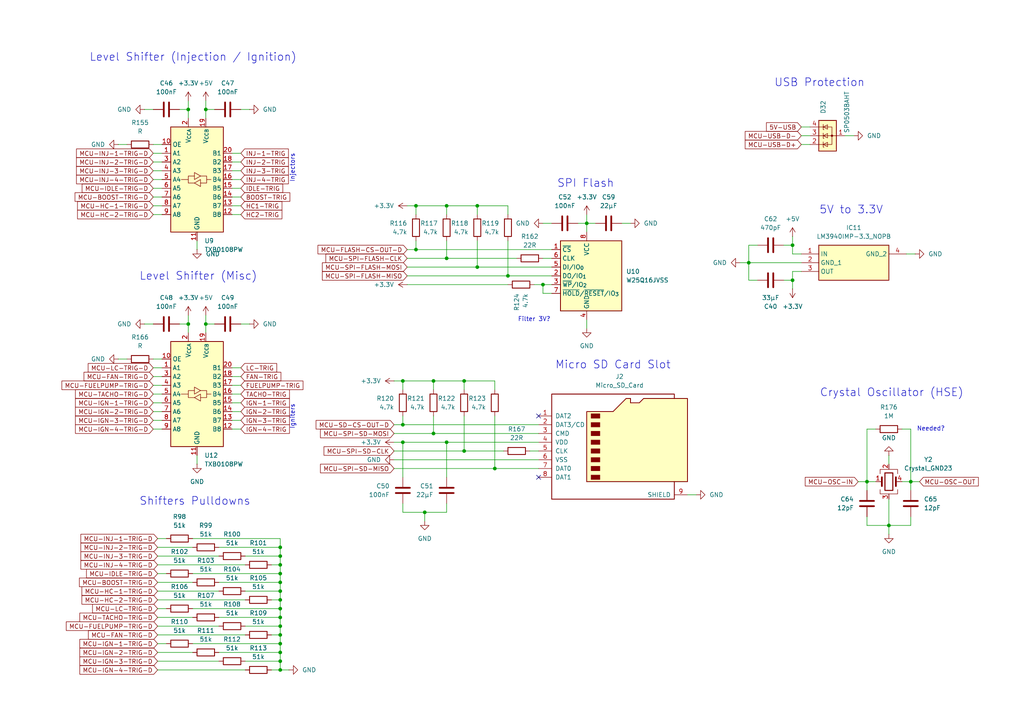
<source format=kicad_sch>
(kicad_sch (version 20250114) (generator "eeschema") (generator_version "9.0")
  (paper "A4")
  (lib_symbols
    (symbol "Connector:Micro_SD_Card" (pin_names (offset 1.016))
      (property "Reference" "J" (at -16.51 15.24 0))
      (property "Value" "Micro_SD_Card" (at 16.51 15.24 0))
      (symbol "Micro_SD_Card_1_1"
        (pin bidirectional line (at -22.86 7.62 0) (length 3.81) (name "DAT2") (number "1"))
        (pin bidirectional line (at -22.86 5.08 0) (length 3.81) (name "DAT3/CD") (number "2"))
        (pin input line (at -22.86 2.54 0) (length 3.81) (name "CMD") (number "3"))
        (pin power_in line (at -22.86 0 0) (length 3.81) (name "VDD") (number "4"))
        (pin input line (at -22.86 -2.54 0) (length 3.81) (name "CLK") (number "5"))
        (pin power_in line (at -22.86 -5.08 0) (length 3.81) (name "VSS") (number "6"))
        (pin bidirectional line (at -22.86 -7.62 0) (length 3.81) (name "DAT0") (number "7"))
        (pin bidirectional line (at -22.86 -10.16 0) (length 3.81) (name "DAT1") (number "8"))
        (pin passive line (at 20.32 -15.24 180) (length 3.81) (name "SHIELD") (number "9"))
      )
    )
    (symbol "Device:C" (pin_numbers (hide yes)) (pin_names (offset 0.254))
      (property "Reference" "C" (at 0.635 2.54 0))
      (property "Value" "C" (at 0.635 -2.54 0))
      (symbol "C_1_1"
        (pin passive line (at 0 3.81 270) (length 2.794) (name "~") (number "1"))
        (pin passive line (at 0 -3.81 90) (length 2.794) (name "~") (number "2"))
      )
    )
    (symbol "Device:Crystal_GND23" (pin_names (offset 1.016) (hide yes))
      (property "Reference" "Y" (at 3.175 5.08 0))
      (property "Value" "Crystal_GND23" (at 3.175 3.175 0))
      (symbol "Crystal_GND23_1_1"
        (pin passive line (at -3.81 0 0) (length 1.27) (name "1") (number "1"))
        (pin passive line (at 0 5.08 270) (length 1.27) (name "2") (number "2"))
        (pin passive line (at 0 -5.08 90) (length 1.27) (name "3") (number "3"))
        (pin passive line (at 3.81 0 180) (length 1.27) (name "4") (number "4"))
      )
    )
    (symbol "Device:R" (pin_numbers (hide yes)) (pin_names (offset 0))
      (property "Reference" "R" (at 2.032 0 90))
      (property "Value" "R" (at 0 0 90))
      (symbol "R_1_1"
        (pin passive line (at 0 3.81 270) (length 1.27) (name "~") (number "1"))
        (pin passive line (at 0 -3.81 90) (length 1.27) (name "~") (number "2"))
      )
    )
    (symbol "Logic_LevelTranslator:TXB0108PW"
      (property "Reference" "U" (at -6.35 16.51 0))
      (property "Value" "TXB0108PW" (at 3.81 16.51 0))
      (symbol "TXB0108PW_1_1"
        (pin input line (at -10.16 10.16 0) (length 2.54) (name "OE") (number "10"))
        (pin bidirectional line (at -10.16 7.62 0) (length 2.54) (name "A1") (number "1"))
        (pin bidirectional line (at -10.16 5.08 0) (length 2.54) (name "A2") (number "3"))
        (pin bidirectional line (at -10.16 2.54 0) (length 2.54) (name "A3") (number "4"))
        (pin bidirectional line (at -10.16 0 0) (length 2.54) (name "A4") (number "5"))
        (pin bidirectional line (at -10.16 -2.54 0) (length 2.54) (name "A5") (number "6"))
        (pin bidirectional line (at -10.16 -5.08 0) (length 2.54) (name "A6") (number "7"))
        (pin bidirectional line (at -10.16 -7.62 0) (length 2.54) (name "A7") (number "8"))
        (pin bidirectional line (at -10.16 -10.16 0) (length 2.54) (name "A8") (number "9"))
        (pin power_in line (at -2.54 17.78 270) (length 2.54) (name "V_{CCA}") (number "2"))
        (pin power_in line (at 0 -17.78 90) (length 2.54) (name "GND") (number "11"))
        (pin power_in line (at 2.54 17.78 270) (length 2.54) (name "V_{CCB}") (number "19"))
        (pin bidirectional line (at 10.16 7.62 180) (length 2.54) (name "B1") (number "20"))
        (pin bidirectional line (at 10.16 5.08 180) (length 2.54) (name "B2") (number "18"))
        (pin bidirectional line (at 10.16 2.54 180) (length 2.54) (name "B3") (number "17"))
        (pin bidirectional line (at 10.16 0 180) (length 2.54) (name "B4") (number "16"))
        (pin bidirectional line (at 10.16 -2.54 180) (length 2.54) (name "B5") (number "15"))
        (pin bidirectional line (at 10.16 -5.08 180) (length 2.54) (name "B6") (number "14"))
        (pin bidirectional line (at 10.16 -7.62 180) (length 2.54) (name "B7") (number "13"))
        (pin bidirectional line (at 10.16 -10.16 180) (length 2.54) (name "B8") (number "12"))
      )
    )
    (symbol "Memory_Flash:W25Q16JVSS"
      (property "Reference" "U" (at -6.35 11.43 0))
      (property "Value" "W25Q16JVSS" (at 7.62 11.43 0))
      (symbol "W25Q16JVSS_1_1"
        (pin input line (at -10.16 7.62 0) (length 2.54) (name "~{CS}") (number "1"))
        (pin input line (at -10.16 5.08 0) (length 2.54) (name "CLK") (number "6"))
        (pin bidirectional line (at -10.16 2.54 0) (length 2.54) (name "DI/IO_{0}") (number "5"))
        (pin bidirectional line (at -10.16 0 0) (length 2.54) (name "DO/IO_{1}") (number "2"))
        (pin bidirectional line (at -10.16 -2.54 0) (length 2.54) (name "~{WP}/IO_{2}") (number "3"))
        (pin bidirectional line (at -10.16 -5.08 0) (length 2.54) (name "~{HOLD}/~{RESET}/IO_{3}") (number "7"))
        (pin power_in line (at 0 12.7 270) (length 2.54) (name "VCC") (number "8"))
        (pin power_in line (at 0 -12.7 90) (length 2.54) (name "GND") (number "4"))
      )
    )
    (symbol "Misc:LM3940IMP-3.3_NOPB"
      (property "Reference" "IC" (at 26.67 7.62 0))
      (property "Value" "LM3940IMP-3.3_NOPB" (at 26.67 5.08 0))
      (symbol "LM3940IMP-3.3_NOPB_1_1"
        (pin passive line (at 0 0 0) (length 5.08) (name "IN") (number "1"))
        (pin passive line (at 0 -2.54 0) (length 5.08) (name "GND_1") (number "2"))
        (pin passive line (at 0 -5.08 0) (length 5.08) (name "OUT") (number "3"))
        (pin passive line (at 30.48 0 180) (length 5.08) (name "GND_2") (number "4"))
      )
    )
    (symbol "Power_Protection:SP0503BAHT" (pin_names (hide yes))
      (property "Reference" "D" (at 5.715 2.54 0))
      (property "Value" "SP0503BAHT" (at 5.715 0.635 0))
      (symbol "SP0503BAHT_0_0"
        (pin passive line (at 0 -5.08 90) (length 2.54) (name "A") (number "1"))
      )
      (symbol "SP0503BAHT_1_1"
        (pin passive line (at -2.54 5.08 270) (length 2.54) (name "K") (number "2"))
        (pin passive line (at 0 5.08 270) (length 2.54) (name "K") (number "3"))
        (pin passive line (at 2.54 5.08 270) (length 2.54) (name "K") (number "4"))
      )
    )
    (symbol "power:+3.3V" (power) (pin_numbers (hide yes)) (pin_names (offset 0) (hide yes))
      (property "Value" "+3.3V" (at 0 3.556 0))
      (symbol "+3.3V_1_1"
        (pin power_in line (at 0 0 90) (length 0) (name "~") (number "1"))
      )
    )
    (symbol "power:+5V" (power) (pin_numbers (hide yes)) (pin_names (offset 0) (hide yes))
      (property "Value" "+5V" (at 0 3.556 0))
      (symbol "+5V_1_1"
        (pin power_in line (at 0 0 90) (length 0) (name "~") (number "1"))
      )
    )
    (symbol "power:GND" (power) (pin_numbers (hide yes)) (pin_names (offset 0) (hide yes))
      (property "Value" "GND" (at 0 -3.81 0))
      (symbol "GND_1_1"
        (pin power_in line (at 0 0 270) (length 0) (name "~") (number "1"))
      )
    )
  )
  (text "5V to 3.3V" (at 246.888 60.96 0) (effects (font (size 2.286 2.286))))
  (text "Filter 3V?" (at 154.94 92.71 0) (effects (font (size 1.27 1.27))))
  (text "Needed?" (at 270.002 124.46 0) (effects (font (size 1.27 1.27))))
  (text "USB Protection" (at 224.536 25.4 0) (effects (font (size 2.286 2.286)) (justify left bottom)))
  (text "Shifters Pulldowns" (at 40.386 146.812 0) (effects (font (size 2.286 2.286)) (justify left bottom)))
  (text "Injectors" (at 84.836 48.768 90) (effects (font (size 1.27 1.27))))
  (text "Crystal Oscillator (HSE)" (at 237.744 115.316 0) (effects (font (size 2.286 2.286)) (justify left bottom)))
  (text "Level Shifter (Injection / Ignition)" (at 25.908 18.034 0) (effects (font (size 2.286 2.286)) (justify left bottom)))
  (text "SPI Flash" (at 161.544 54.61 0) (effects (font (size 2.286 2.286)) (justify left bottom)))
  (text "Level Shifter (Misc)" (at 40.386 81.534 0) (effects (font (size 2.286 2.286)) (justify left bottom)))
  (text "Igniters" (at 84.836 120.904 90) (effects (font (size 1.27 1.27))))
  (text "Micro SD Card Slot" (at 177.8 105.918 0) (effects (font (size 2.286 2.286))))
  (junction (at 229.87 71.12))
  (junction (at 120.65 72.39))
  (junction (at 125.73 125.73))
  (junction (at 264.16 139.7))
  (junction (at 129.54 128.27))
  (junction (at 170.18 64.77))
  (junction (at 81.28 181.61))
  (junction (at 59.69 93.98))
  (junction (at 81.28 161.29))
  (junction (at 257.81 152.4))
  (junction (at 81.28 179.07))
  (junction (at 147.32 80.01))
  (junction (at 54.61 31.75))
  (junction (at 54.61 93.98))
  (junction (at 217.17 76.2))
  (junction (at 134.62 110.49))
  (junction (at 81.28 168.91))
  (junction (at 116.84 123.19))
  (junction (at 138.43 77.47))
  (junction (at 59.69 31.75))
  (junction (at 81.28 186.69))
  (junction (at 116.84 110.49))
  (junction (at 129.54 59.69))
  (junction (at 143.51 135.89))
  (junction (at 81.28 191.77))
  (junction (at 138.43 59.69))
  (junction (at 81.28 189.23))
  (junction (at 81.28 184.15))
  (junction (at 157.48 82.55))
  (junction (at 134.62 130.81))
  (junction (at 251.46 139.7))
  (junction (at 123.19 148.59))
  (junction (at 81.28 194.31))
  (junction (at 229.87 81.28))
  (junction (at 81.28 173.99))
  (junction (at 81.28 158.75))
  (junction (at 125.73 110.49))
  (junction (at 81.28 171.45))
  (junction (at 116.84 128.27))
  (junction (at 120.65 59.69))
  (junction (at 81.28 166.37))
  (junction (at 81.28 163.83))
  (junction (at 81.28 176.53))
  (junction (at 129.54 74.93))
  (no_connect (at 156.21 120.65))
  (no_connect (at 156.21 138.43))
  (wire (pts (xy 45.72 161.29) (xy 63.5 161.29)))
  (wire (pts (xy 44.45 49.53) (xy 46.99 49.53)))
  (wire (pts (xy 67.31 114.3) (xy 69.85 114.3)))
  (wire (pts (xy 55.88 166.37) (xy 81.28 166.37)))
  (wire (pts (xy 67.31 109.22) (xy 69.85 109.22)))
  (wire (pts (xy 153.67 130.81) (xy 156.21 130.81)))
  (wire (pts (xy 261.62 139.7) (xy 264.16 139.7)))
  (wire (pts (xy 44.45 116.84) (xy 46.99 116.84)))
  (wire (pts (xy 59.69 93.98) (xy 59.69 96.52)))
  (wire (pts (xy 45.72 179.07) (xy 55.88 179.07)))
  (wire (pts (xy 44.45 52.07) (xy 46.99 52.07)))
  (wire (pts (xy 81.28 171.45) (xy 81.28 173.99)))
  (wire (pts (xy 45.72 176.53) (xy 48.26 176.53)))
  (wire (pts (xy 129.54 62.23) (xy 129.54 59.69)))
  (wire (pts (xy 257.81 152.4) (xy 257.81 154.94)))
  (wire (pts (xy 67.31 57.15) (xy 69.85 57.15)))
  (wire (pts (xy 114.3 133.35) (xy 156.21 133.35)))
  (wire (pts (xy 81.28 168.91) (xy 81.28 171.45)))
  (wire (pts (xy 229.87 73.66) (xy 229.87 71.12)))
  (wire (pts (xy 116.84 128.27) (xy 116.84 138.43)))
  (wire (pts (xy 44.45 59.69) (xy 46.99 59.69)))
  (wire (pts (xy 59.69 91.44) (xy 59.69 93.98)))
  (wire (pts (xy 67.31 52.07) (xy 69.85 52.07)))
  (wire (pts (xy 251.46 139.7) (xy 251.46 124.46)))
  (wire (pts (xy 67.31 111.76) (xy 69.85 111.76)))
  (wire (pts (xy 81.28 161.29) (xy 81.28 163.83)))
  (wire (pts (xy 71.12 171.45) (xy 81.28 171.45)))
  (wire (pts (xy 116.84 148.59) (xy 123.19 148.59)))
  (wire (pts (xy 45.72 163.83) (xy 71.12 163.83)))
  (wire (pts (xy 129.54 128.27) (xy 156.21 128.27)))
  (wire (pts (xy 219.71 71.12) (xy 217.17 71.12)))
  (wire (pts (xy 59.69 31.75) (xy 62.23 31.75)))
  (wire (pts (xy 227.33 71.12) (xy 229.87 71.12)))
  (wire (pts (xy 44.45 106.68) (xy 46.99 106.68)))
  (wire (pts (xy 118.11 59.69) (xy 120.65 59.69)))
  (wire (pts (xy 45.72 184.15) (xy 71.12 184.15)))
  (wire (pts (xy 57.15 72.39) (xy 57.15 69.85)))
  (wire (pts (xy 67.31 54.61) (xy 69.85 54.61)))
  (wire (pts (xy 81.28 158.75) (xy 81.28 161.29)))
  (wire (pts (xy 143.51 120.65) (xy 143.51 135.89)))
  (wire (pts (xy 245.11 39.37) (xy 247.65 39.37)))
  (wire (pts (xy 78.74 163.83) (xy 81.28 163.83)))
  (wire (pts (xy 118.11 74.93) (xy 129.54 74.93)))
  (wire (pts (xy 67.31 49.53) (xy 69.85 49.53)))
  (wire (pts (xy 44.45 111.76) (xy 46.99 111.76)))
  (wire (pts (xy 44.45 41.91) (xy 46.99 41.91)))
  (wire (pts (xy 116.84 120.65) (xy 116.84 123.19)))
  (wire (pts (xy 67.31 62.23) (xy 69.85 62.23)))
  (wire (pts (xy 44.45 57.15) (xy 46.99 57.15)))
  (wire (pts (xy 147.32 62.23) (xy 147.32 59.69)))
  (wire (pts (xy 81.28 181.61) (xy 81.28 184.15)))
  (wire (pts (xy 118.11 77.47) (xy 138.43 77.47)))
  (wire (pts (xy 44.45 62.23) (xy 46.99 62.23)))
  (wire (pts (xy 160.02 85.09) (xy 157.48 85.09)))
  (wire (pts (xy 257.81 132.08) (xy 257.81 134.62)))
  (wire (pts (xy 251.46 149.86) (xy 251.46 152.4)))
  (wire (pts (xy 138.43 69.85) (xy 138.43 77.47)))
  (wire (pts (xy 134.62 113.03) (xy 134.62 110.49)))
  (wire (pts (xy 118.11 80.01) (xy 147.32 80.01)))
  (wire (pts (xy 63.5 158.75) (xy 81.28 158.75)))
  (wire (pts (xy 54.61 29.21) (xy 54.61 31.75)))
  (wire (pts (xy 134.62 120.65) (xy 134.62 130.81)))
  (wire (pts (xy 41.91 93.98) (xy 44.45 93.98)))
  (wire (pts (xy 138.43 62.23) (xy 138.43 59.69)))
  (wire (pts (xy 34.29 41.91) (xy 36.83 41.91)))
  (wire (pts (xy 63.5 179.07) (xy 81.28 179.07)))
  (wire (pts (xy 45.72 168.91) (xy 55.88 168.91)))
  (wire (pts (xy 45.72 173.99) (xy 71.12 173.99)))
  (wire (pts (xy 57.15 132.08) (xy 57.15 134.62)))
  (wire (pts (xy 129.54 148.59) (xy 129.54 146.05)))
  (wire (pts (xy 59.69 93.98) (xy 62.23 93.98)))
  (wire (pts (xy 45.72 189.23) (xy 55.88 189.23)))
  (wire (pts (xy 217.17 76.2) (xy 217.17 81.28)))
  (wire (pts (xy 45.72 194.31) (xy 71.12 194.31)))
  (wire (pts (xy 232.41 39.37) (xy 234.95 39.37)))
  (wire (pts (xy 217.17 76.2) (xy 232.41 76.2)))
  (wire (pts (xy 44.45 54.61) (xy 46.99 54.61)))
  (wire (pts (xy 114.3 128.27) (xy 116.84 128.27)))
  (wire (pts (xy 81.28 191.77) (xy 81.28 194.31)))
  (wire (pts (xy 217.17 71.12) (xy 217.17 76.2)))
  (wire (pts (xy 125.73 113.03) (xy 125.73 110.49)))
  (wire (pts (xy 81.28 179.07) (xy 81.28 181.61)))
  (wire (pts (xy 229.87 81.28) (xy 229.87 78.74)))
  (wire (pts (xy 59.69 29.21) (xy 59.69 31.75)))
  (wire (pts (xy 34.29 104.14) (xy 36.83 104.14)))
  (wire (pts (xy 81.28 184.15) (xy 81.28 186.69)))
  (wire (pts (xy 129.54 74.93) (xy 149.86 74.93)))
  (wire (pts (xy 116.84 128.27) (xy 129.54 128.27)))
  (wire (pts (xy 63.5 189.23) (xy 81.28 189.23)))
  (wire (pts (xy 264.16 139.7) (xy 264.16 142.24)))
  (wire (pts (xy 45.72 191.77) (xy 63.5 191.77)))
  (wire (pts (xy 264.16 152.4) (xy 257.81 152.4)))
  (wire (pts (xy 264.16 149.86) (xy 264.16 152.4)))
  (wire (pts (xy 147.32 69.85) (xy 147.32 80.01)))
  (wire (pts (xy 251.46 139.7) (xy 251.46 142.24)))
  (wire (pts (xy 147.32 80.01) (xy 160.02 80.01)))
  (wire (pts (xy 229.87 81.28) (xy 229.87 83.82)))
  (wire (pts (xy 81.28 163.83) (xy 81.28 166.37)))
  (wire (pts (xy 143.51 135.89) (xy 156.21 135.89)))
  (wire (pts (xy 45.72 181.61) (xy 63.5 181.61)))
  (wire (pts (xy 157.48 85.09) (xy 157.48 82.55)))
  (wire (pts (xy 45.72 166.37) (xy 48.26 166.37)))
  (wire (pts (xy 44.45 109.22) (xy 46.99 109.22)))
  (wire (pts (xy 143.51 113.03) (xy 143.51 110.49)))
  (wire (pts (xy 170.18 92.71) (xy 170.18 95.25)))
  (wire (pts (xy 248.92 139.7) (xy 251.46 139.7)))
  (wire (pts (xy 120.65 72.39) (xy 160.02 72.39)))
  (wire (pts (xy 67.31 124.46) (xy 69.85 124.46)))
  (wire (pts (xy 78.74 194.31) (xy 81.28 194.31)))
  (wire (pts (xy 219.71 81.28) (xy 217.17 81.28)))
  (wire (pts (xy 134.62 130.81) (xy 146.05 130.81)))
  (wire (pts (xy 71.12 181.61) (xy 81.28 181.61)))
  (wire (pts (xy 251.46 152.4) (xy 257.81 152.4)))
  (wire (pts (xy 120.65 59.69) (xy 129.54 59.69)))
  (wire (pts (xy 180.34 64.77) (xy 182.88 64.77)))
  (wire (pts (xy 261.62 124.46) (xy 264.16 124.46)))
  (wire (pts (xy 125.73 110.49) (xy 116.84 110.49)))
  (wire (pts (xy 78.74 173.99) (xy 81.28 173.99)))
  (wire (pts (xy 229.87 78.74) (xy 232.41 78.74)))
  (wire (pts (xy 227.33 81.28) (xy 229.87 81.28)))
  (wire (pts (xy 134.62 110.49) (xy 125.73 110.49)))
  (wire (pts (xy 123.19 148.59) (xy 123.19 151.13)))
  (wire (pts (xy 67.31 121.92) (xy 69.85 121.92)))
  (wire (pts (xy 54.61 93.98) (xy 54.61 96.52)))
  (wire (pts (xy 45.72 158.75) (xy 55.88 158.75)))
  (wire (pts (xy 170.18 62.23) (xy 170.18 64.77)))
  (wire (pts (xy 55.88 186.69) (xy 81.28 186.69)))
  (wire (pts (xy 118.11 82.55) (xy 147.32 82.55)))
  (wire (pts (xy 170.18 64.77) (xy 172.72 64.77)))
  (wire (pts (xy 45.72 156.21) (xy 48.26 156.21)))
  (wire (pts (xy 55.88 176.53) (xy 81.28 176.53)))
  (wire (pts (xy 69.85 31.75) (xy 72.39 31.75)))
  (wire (pts (xy 129.54 69.85) (xy 129.54 74.93)))
  (wire (pts (xy 114.3 125.73) (xy 125.73 125.73)))
  (wire (pts (xy 44.45 44.45) (xy 46.99 44.45)))
  (wire (pts (xy 199.39 143.51) (xy 201.93 143.51)))
  (wire (pts (xy 114.3 135.89) (xy 143.51 135.89)))
  (wire (pts (xy 157.48 64.77) (xy 160.02 64.77)))
  (wire (pts (xy 67.31 119.38) (xy 69.85 119.38)))
  (wire (pts (xy 123.19 148.59) (xy 129.54 148.59)))
  (wire (pts (xy 81.28 189.23) (xy 81.28 191.77)))
  (wire (pts (xy 251.46 124.46) (xy 254 124.46)))
  (wire (pts (xy 41.91 31.75) (xy 44.45 31.75)))
  (wire (pts (xy 45.72 186.69) (xy 48.26 186.69)))
  (wire (pts (xy 138.43 59.69) (xy 147.32 59.69)))
  (wire (pts (xy 67.31 44.45) (xy 69.85 44.45)))
  (wire (pts (xy 229.87 73.66) (xy 232.41 73.66)))
  (wire (pts (xy 44.45 114.3) (xy 46.99 114.3)))
  (wire (pts (xy 114.3 130.81) (xy 134.62 130.81)))
  (wire (pts (xy 69.85 93.98) (xy 72.39 93.98)))
  (wire (pts (xy 44.45 46.99) (xy 46.99 46.99)))
  (wire (pts (xy 125.73 120.65) (xy 125.73 125.73)))
  (wire (pts (xy 217.17 76.2) (xy 214.63 76.2)))
  (wire (pts (xy 120.65 62.23) (xy 120.65 59.69)))
  (wire (pts (xy 118.11 72.39) (xy 120.65 72.39)))
  (wire (pts (xy 71.12 161.29) (xy 81.28 161.29)))
  (wire (pts (xy 52.07 93.98) (xy 54.61 93.98)))
  (wire (pts (xy 67.31 59.69) (xy 69.85 59.69)))
  (wire (pts (xy 54.61 31.75) (xy 54.61 34.29)))
  (wire (pts (xy 67.31 106.68) (xy 69.85 106.68)))
  (wire (pts (xy 81.28 166.37) (xy 81.28 168.91)))
  (wire (pts (xy 154.94 82.55) (xy 157.48 82.55)))
  (wire (pts (xy 55.88 156.21) (xy 81.28 156.21)))
  (wire (pts (xy 116.84 146.05) (xy 116.84 148.59)))
  (wire (pts (xy 81.28 173.99) (xy 81.28 176.53)))
  (wire (pts (xy 157.48 82.55) (xy 160.02 82.55)))
  (wire (pts (xy 129.54 128.27) (xy 129.54 138.43)))
  (wire (pts (xy 254 139.7) (xy 251.46 139.7)))
  (wire (pts (xy 114.3 110.49) (xy 116.84 110.49)))
  (wire (pts (xy 264.16 124.46) (xy 264.16 139.7)))
  (wire (pts (xy 167.64 64.77) (xy 170.18 64.77)))
  (wire (pts (xy 116.84 123.19) (xy 156.21 123.19)))
  (wire (pts (xy 157.48 74.93) (xy 160.02 74.93)))
  (wire (pts (xy 114.3 123.19) (xy 116.84 123.19)))
  (wire (pts (xy 67.31 116.84) (xy 69.85 116.84)))
  (wire (pts (xy 81.28 194.31) (xy 83.82 194.31)))
  (wire (pts (xy 138.43 77.47) (xy 160.02 77.47)))
  (wire (pts (xy 262.89 73.66) (xy 265.43 73.66)))
  (wire (pts (xy 63.5 168.91) (xy 81.28 168.91)))
  (wire (pts (xy 54.61 91.44) (xy 54.61 93.98)))
  (wire (pts (xy 125.73 125.73) (xy 156.21 125.73)))
  (wire (pts (xy 67.31 46.99) (xy 69.85 46.99)))
  (wire (pts (xy 264.16 139.7) (xy 266.7 139.7)))
  (wire (pts (xy 257.81 144.78) (xy 257.81 152.4)))
  (wire (pts (xy 44.45 121.92) (xy 46.99 121.92)))
  (wire (pts (xy 120.65 69.85) (xy 120.65 72.39)))
  (wire (pts (xy 44.45 104.14) (xy 46.99 104.14)))
  (wire (pts (xy 232.41 36.83) (xy 234.95 36.83)))
  (wire (pts (xy 59.69 31.75) (xy 59.69 34.29)))
  (wire (pts (xy 45.72 171.45) (xy 63.5 171.45)))
  (wire (pts (xy 71.12 191.77) (xy 81.28 191.77)))
  (wire (pts (xy 81.28 156.21) (xy 81.28 158.75)))
  (wire (pts (xy 52.07 31.75) (xy 54.61 31.75)))
  (wire (pts (xy 44.45 124.46) (xy 46.99 124.46)))
  (wire (pts (xy 170.18 64.77) (xy 170.18 67.31)))
  (wire (pts (xy 81.28 176.53) (xy 81.28 179.07)))
  (wire (pts (xy 78.74 184.15) (xy 81.28 184.15)))
  (wire (pts (xy 116.84 113.03) (xy 116.84 110.49)))
  (wire (pts (xy 81.28 186.69) (xy 81.28 189.23)))
  (wire (pts (xy 143.51 110.49) (xy 134.62 110.49)))
  (wire (pts (xy 44.45 119.38) (xy 46.99 119.38)))
  (wire (pts (xy 229.87 68.58) (xy 229.87 71.12)))
  (wire (pts (xy 232.41 41.91) (xy 234.95 41.91)))
  (wire (pts (xy 129.54 59.69) (xy 138.43 59.69)))
  (global_label "MCU-HC-2-TRIG-D" (shape input) (at 44.45 62.23 180) (property "Intersheetrefs" "${INTERSHEET_REFS}" (effects (hide yes))))
  (global_label "MCU-INJ-4-TRIG-D" (shape input) (at 45.72 163.83 180) (property "Intersheetrefs" "${INTERSHEET_REFS}" (effects (hide yes))))
  (global_label "MCU-OSC-OUT" (shape input) (at 266.7 139.7 0) (property "Intersheetrefs" "${INTERSHEET_REFS}" (effects (hide yes))))
  (global_label "MCU-HC-1-TRIG-D" (shape input) (at 45.72 171.45 180) (property "Intersheetrefs" "${INTERSHEET_REFS}" (effects (hide yes))))
  (global_label "MCU-TACHO-TRIG-D" (shape input) (at 44.45 114.3 180) (property "Intersheetrefs" "${INTERSHEET_REFS}" (effects (hide yes))))
  (global_label "MCU-IGN-2-TRIG-D" (shape input) (at 44.45 119.38 180) (property "Intersheetrefs" "${INTERSHEET_REFS}" (effects (hide yes))))
  (global_label "INJ-4-TRIG" (shape input) (at 69.85 52.07 0) (property "Intersheetrefs" "${INTERSHEET_REFS}" (effects (hide yes))))
  (global_label "MCU-IGN-4-TRIG-D" (shape input) (at 45.72 194.31 180) (property "Intersheetrefs" "${INTERSHEET_REFS}" (effects (hide yes))))
  (global_label "MCU-IGN-3-TRIG-D" (shape input) (at 45.72 191.77 180) (property "Intersheetrefs" "${INTERSHEET_REFS}" (effects (hide yes))))
  (global_label "IGN-1-TRIG" (shape input) (at 69.85 116.84 0) (property "Intersheetrefs" "${INTERSHEET_REFS}" (effects (hide yes))))
  (global_label "MCU-SPI-SD-CLK" (shape input) (at 114.3 130.81 180) (property "Intersheetrefs" "${INTERSHEET_REFS}" (effects (hide yes))))
  (global_label "MCU-USB-D+" (shape input) (at 232.41 41.91 180) (property "Intersheetrefs" "${INTERSHEET_REFS}" (effects (hide yes))))
  (global_label "HC2-TRIG" (shape input) (at 69.85 62.23 0) (property "Intersheetrefs" "${INTERSHEET_REFS}" (effects (hide yes))))
  (global_label "MCU-TACHO-TRIG-D" (shape input) (at 45.72 179.07 180) (property "Intersheetrefs" "${INTERSHEET_REFS}" (effects (hide yes))))
  (global_label "IGN-2-TRIG" (shape input) (at 69.85 119.38 0) (property "Intersheetrefs" "${INTERSHEET_REFS}" (effects (hide yes))))
  (global_label "HC1-TRIG" (shape input) (at 69.85 59.69 0) (property "Intersheetrefs" "${INTERSHEET_REFS}" (effects (hide yes))))
  (global_label "MCU-INJ-2-TRIG-D" (shape input) (at 45.72 158.75 180) (property "Intersheetrefs" "${INTERSHEET_REFS}" (effects (hide yes))))
  (global_label "MCU-INJ-3-TRIG-D" (shape input) (at 44.45 49.53 180) (property "Intersheetrefs" "${INTERSHEET_REFS}" (effects (hide yes))))
  (global_label "TACHO-TRIG" (shape input) (at 69.85 114.3 0) (property "Intersheetrefs" "${INTERSHEET_REFS}" (effects (hide yes))))
  (global_label "MCU-SPI-FLASH-MOSI" (shape input) (at 118.11 77.47 180) (property "Intersheetrefs" "${INTERSHEET_REFS}" (effects (hide yes))))
  (global_label "MCU-INJ-4-TRIG-D" (shape input) (at 44.45 52.07 180) (property "Intersheetrefs" "${INTERSHEET_REFS}" (effects (hide yes))))
  (global_label "BOOST-TRIG" (shape input) (at 69.85 57.15 0) (property "Intersheetrefs" "${INTERSHEET_REFS}" (effects (hide yes))))
  (global_label "MCU-IGN-1-TRIG-D" (shape input) (at 44.45 116.84 180) (property "Intersheetrefs" "${INTERSHEET_REFS}" (effects (hide yes))))
  (global_label "MCU-SD-CS-OUT-D" (shape input) (at 114.3 123.19 180) (property "Intersheetrefs" "${INTERSHEET_REFS}" (effects (hide yes))))
  (global_label "5V-USB" (shape input) (at 232.41 36.83 180) (property "Intersheetrefs" "${INTERSHEET_REFS}" (effects (hide yes))))
  (global_label "IGN-4-TRIG" (shape input) (at 69.85 124.46 0) (property "Intersheetrefs" "${INTERSHEET_REFS}" (effects (hide yes))))
  (global_label "FAN-TRIG" (shape input) (at 69.85 109.22 0) (property "Intersheetrefs" "${INTERSHEET_REFS}" (effects (hide yes))))
  (global_label "MCU-IDLE-TRIG-D" (shape input) (at 45.72 166.37 180) (property "Intersheetrefs" "${INTERSHEET_REFS}" (effects (hide yes))))
  (global_label "INJ-1-TRIG" (shape input) (at 69.85 44.45 0) (property "Intersheetrefs" "${INTERSHEET_REFS}" (effects (hide yes))))
  (global_label "INJ-3-TRIG" (shape input) (at 69.85 49.53 0) (property "Intersheetrefs" "${INTERSHEET_REFS}" (effects (hide yes))))
  (global_label "MCU-FLASH-CS-OUT-D" (shape input) (at 118.11 72.39 180) (property "Intersheetrefs" "${INTERSHEET_REFS}" (effects (hide yes))))
  (global_label "MCU-SPI-FLASH-CLK" (shape input) (at 118.11 74.93 180) (property "Intersheetrefs" "${INTERSHEET_REFS}" (effects (hide yes))))
  (global_label "MCU-FAN-TRIG-D" (shape input) (at 44.45 109.22 180) (property "Intersheetrefs" "${INTERSHEET_REFS}" (effects (hide yes))))
  (global_label "IGN-3-TRIG" (shape input) (at 69.85 121.92 0) (property "Intersheetrefs" "${INTERSHEET_REFS}" (effects (hide yes))))
  (global_label "MCU-INJ-1-TRIG-D" (shape input) (at 45.72 156.21 180) (property "Intersheetrefs" "${INTERSHEET_REFS}" (effects (hide yes))))
  (global_label "IDLE-TRIG" (shape input) (at 69.85 54.61 0) (property "Intersheetrefs" "${INTERSHEET_REFS}" (effects (hide yes))))
  (global_label "MCU-LC-TRIG-D" (shape input) (at 44.45 106.68 180) (property "Intersheetrefs" "${INTERSHEET_REFS}" (effects (hide yes))))
  (global_label "MCU-IDLE-TRIG-D" (shape input) (at 44.45 54.61 180) (property "Intersheetrefs" "${INTERSHEET_REFS}" (effects (hide yes))))
  (global_label "MCU-SPI-SD-MOSI" (shape input) (at 114.3 125.73 180) (property "Intersheetrefs" "${INTERSHEET_REFS}" (effects (hide yes))))
  (global_label "MCU-INJ-1-TRIG-D" (shape input) (at 44.45 44.45 180) (property "Intersheetrefs" "${INTERSHEET_REFS}" (effects (hide yes))))
  (global_label "MCU-IGN-2-TRIG-D" (shape input) (at 45.72 189.23 180) (property "Intersheetrefs" "${INTERSHEET_REFS}" (effects (hide yes))))
  (global_label "MCU-HC-1-TRIG-D" (shape input) (at 44.45 59.69 180) (property "Intersheetrefs" "${INTERSHEET_REFS}" (effects (hide yes))))
  (global_label "LC-TRIG" (shape input) (at 69.85 106.68 0) (property "Intersheetrefs" "${INTERSHEET_REFS}" (effects (hide yes))))
  (global_label "MCU-BOOST-TRIG-D" (shape input) (at 44.45 57.15 180) (property "Intersheetrefs" "${INTERSHEET_REFS}" (effects (hide yes))))
  (global_label "MCU-IGN-3-TRIG-D" (shape input) (at 44.45 121.92 180) (property "Intersheetrefs" "${INTERSHEET_REFS}" (effects (hide yes))))
  (global_label "MCU-SPI-SD-MISO" (shape input) (at 114.3 135.89 180) (property "Intersheetrefs" "${INTERSHEET_REFS}" (effects (hide yes))))
  (global_label "MCU-SPI-FLASH-MISO" (shape input) (at 118.11 80.01 180) (property "Intersheetrefs" "${INTERSHEET_REFS}" (effects (hide yes))))
  (global_label "MCU-LC-TRIG-D" (shape input) (at 45.72 176.53 180) (property "Intersheetrefs" "${INTERSHEET_REFS}" (effects (hide yes))))
  (global_label "MCU-FAN-TRIG-D" (shape input) (at 45.72 184.15 180) (property "Intersheetrefs" "${INTERSHEET_REFS}" (effects (hide yes))))
  (global_label "MCU-USB-D-" (shape input) (at 232.41 39.37 180) (property "Intersheetrefs" "${INTERSHEET_REFS}" (effects (hide yes))))
  (global_label "MCU-OSC-IN" (shape input) (at 248.92 139.7 180) (property "Intersheetrefs" "${INTERSHEET_REFS}" (effects (hide yes))))
  (global_label "INJ-2-TRIG" (shape input) (at 69.85 46.99 0) (property "Intersheetrefs" "${INTERSHEET_REFS}" (effects (hide yes))))
  (global_label "MCU-FUELPUMP-TRIG-D" (shape input) (at 45.72 181.61 180) (property "Intersheetrefs" "${INTERSHEET_REFS}" (effects (hide yes))))
  (global_label "MCU-IGN-4-TRIG-D" (shape input) (at 44.45 124.46 180) (property "Intersheetrefs" "${INTERSHEET_REFS}" (effects (hide yes))))
  (global_label "MCU-INJ-2-TRIG-D" (shape input) (at 44.45 46.99 180) (property "Intersheetrefs" "${INTERSHEET_REFS}" (effects (hide yes))))
  (global_label "FUELPUMP-TRIG" (shape input) (at 69.85 111.76 0) (property "Intersheetrefs" "${INTERSHEET_REFS}" (effects (hide yes))))
  (global_label "MCU-HC-2-TRIG-D" (shape input) (at 45.72 173.99 180) (property "Intersheetrefs" "${INTERSHEET_REFS}" (effects (hide yes))))
  (global_label "MCU-IGN-1-TRIG-D" (shape input) (at 45.72 186.69 180) (property "Intersheetrefs" "${INTERSHEET_REFS}" (effects (hide yes))))
  (global_label "MCU-INJ-3-TRIG-D" (shape input) (at 45.72 161.29 180) (property "Intersheetrefs" "${INTERSHEET_REFS}" (effects (hide yes))))
  (global_label "MCU-BOOST-TRIG-D" (shape input) (at 45.72 168.91 180) (property "Intersheetrefs" "${INTERSHEET_REFS}" (effects (hide yes))))
  (global_label "MCU-FUELPUMP-TRIG-D" (shape input) (at 44.45 111.76 180) (property "Intersheetrefs" "${INTERSHEET_REFS}" (effects (hide yes))))
  (symbol (lib_id "Device:R") (at 74.93 194.31 90) (unit 1)
    (property "Reference" "R113" (at 74.93 187.96 90))
    (property "Value" "51k" (at 74.93 190.5 90))
    (property "Footprint" "Resistor_SMD:R_0805_2012Metric" (effects (hide yes)))
    (property "Description" "Resistor" (effects (hide yes)))
  )
  (symbol (lib_id "power:+5V") (at 229.87 68.58 0) (unit 1)
    (property "Reference" "#PWR0102" (effects (hide yes)))
    (property "Value" "+5V" (at 229.87 63.5 0))
    (property "Description" "Power symbol creates a global label with name \"+5V\"" (effects (hide yes)))
  )
  (symbol (lib_id "Device:R") (at 143.51 116.84 0) (mirror x) (unit 1)
    (property "Reference" "R123" (at 140.97 115.5699 0) (effects (justify right)))
    (property "Value" "4.7k" (at 140.97 118.1099 0) (effects (justify right)))
    (property "Footprint" "Resistor_SMD:R_0805_2012Metric" (effects (hide yes)))
    (property "Description" "Resistor" (effects (hide yes)))
  )
  (symbol (lib_id "power:GND") (at 170.18 95.25 0) (unit 1)
    (property "Reference" "#PWR092" (effects (hide yes)))
    (property "Value" "GND" (at 170.18 100.33 0))
    (property "Description" "Power symbol creates a global label with name \"GND\" , ground" (effects (hide yes)))
  )
  (symbol (lib_id "Device:R") (at 40.64 104.14 90) (unit 1)
    (property "Reference" "R166" (at 40.64 97.79 90))
    (property "Value" "R" (at 40.64 100.33 90))
    (property "Footprint" "Resistor_SMD:R_0805_2012Metric" (effects (hide yes)))
    (property "Description" "Resistor" (effects (hide yes)))
  )
  (symbol (lib_id "power:GND") (at 34.29 41.91 270) (unit 1)
    (property "Reference" "#PWR077" (effects (hide yes)))
    (property "Value" "GND" (at 30.48 41.9099 90) (effects (justify right)))
    (property "Description" "Power symbol creates a global label with name \"GND\" , ground" (effects (hide yes)))
  )
  (symbol (lib_id "power:GND") (at 41.91 31.75 270) (unit 1)
    (property "Reference" "#PWR057" (effects (hide yes)))
    (property "Value" "GND" (at 38.1 31.7499 90) (effects (justify right)))
    (property "Description" "Power symbol creates a global label with name \"GND\" , ground" (effects (hide yes)))
  )
  (symbol (lib_id "Device:R") (at 52.07 176.53 90) (unit 1)
    (property "Reference" "R106" (at 52.07 170.18 90))
    (property "Value" "51k" (at 52.07 172.72 90))
    (property "Footprint" "Resistor_SMD:R_0805_2012Metric" (effects (hide yes)))
    (property "Description" "Resistor" (effects (hide yes)))
  )
  (symbol (lib_id "Memory_Flash:W25Q16JVSS") (at 170.18 80.01 0) (unit 1)
    (property "Reference" "U10" (at 181.61 78.7399 0) (effects (justify left)))
    (property "Value" "W25Q16JVSS" (at 181.61 81.2799 0) (effects (justify left)))
    (property "Footprint" "Package_SO:SOIC-8_5.3x5.3mm_P1.27mm" (effects (hide yes)))
    (property "Datasheet" "https://www.winbond.com/hq/support/documentation/levelOne.jsp?__locale=en&DocNo=DA00-W25Q16JV.1" (effects (hide yes)))
    (property "Description" "16Mbit / 2MiB Serial Flash Memory, Standard/Dual/Quad SPI, 2.7-3.6V, SOIC-8 (208 mil)" (effects (hide yes)))
  )
  (symbol (lib_id "Device:R") (at 151.13 82.55 270) (mirror x) (unit 1)
    (property "Reference" "R124" (at 149.8599 85.09 0) (effects (justify right)))
    (property "Value" "4.7k" (at 152.3999 85.09 0) (effects (justify right)))
    (property "Footprint" "Resistor_SMD:R_0805_2012Metric" (effects (hide yes)))
    (property "Description" "Resistor" (effects (hide yes)))
  )
  (symbol (lib_id "Device:C") (at 66.04 31.75 90) (unit 1)
    (property "Reference" "C47" (at 66.04 24.13 90))
    (property "Value" "100nF" (at 66.04 26.67 90))
    (property "Footprint" "Capacitor_SMD:C_0805_2012Metric" (effects (hide yes)))
    (property "Description" "Unpolarized capacitor" (effects (hide yes)))
  )
  (symbol (lib_id "Device:R") (at 67.31 191.77 90) (unit 1)
    (property "Reference" "R112" (at 67.31 185.42 90))
    (property "Value" "51k" (at 67.31 187.96 90))
    (property "Footprint" "Resistor_SMD:R_0805_2012Metric" (effects (hide yes)))
    (property "Description" "Resistor" (effects (hide yes)))
  )
  (symbol (lib_id "power:+5V") (at 59.69 91.44 0) (unit 1)
    (property "Reference" "#PWR0110" (effects (hide yes)))
    (property "Value" "+5V" (at 59.69 86.36 0))
    (property "Description" "Power symbol creates a global label with name \"+5V\"" (effects (hide yes)))
  )
  (symbol (lib_id "Device:Crystal_GND23") (at 257.81 139.7 0) (unit 1)
    (property "Reference" "Y2" (at 269.24 133.2798 0))
    (property "Value" "Crystal_GND23" (at 269.24 135.8198 0))
    (property "Footprint" "Crystal:Crystal_SMD_5032-4Pin_5.0x3.2mm" (effects (hide yes)))
    (property "Description" "Four pin crystal, GND on pins 2 and 3" (effects (hide yes)))
  )
  (symbol (lib_id "Device:C") (at 223.52 71.12 90) (unit 1)
    (property "Reference" "C62" (at 223.52 63.5 90))
    (property "Value" "470pF" (at 223.52 66.04 90))
    (property "Footprint" "Capacitor_SMD:C_0805_2012Metric" (effects (hide yes)))
    (property "Description" "Unpolarized capacitor" (effects (hide yes)))
  )
  (symbol (lib_id "power:GND") (at 247.65 39.37 90) (unit 1)
    (property "Reference" "#PWR099" (effects (hide yes)))
    (property "Value" "GND" (at 251.46 39.3699 90) (effects (justify right)))
    (property "Description" "Power symbol creates a global label with name \"GND\" , ground" (effects (hide yes)))
  )
  (symbol (lib_id "Device:R") (at 59.69 158.75 90) (unit 1)
    (property "Reference" "R99" (at 59.69 152.4 90))
    (property "Value" "51k" (at 59.69 154.94 90))
    (property "Footprint" "Resistor_SMD:R_0805_2012Metric" (effects (hide yes)))
    (property "Description" "Resistor" (effects (hide yes)))
  )
  (symbol (lib_id "Logic_LevelTranslator:TXB0108PW") (at 57.15 52.07 0) (unit 1)
    (property "Reference" "U9" (at 59.2933 69.85 0) (effects (justify left)))
    (property "Value" "TXB0108PW" (at 59.2933 72.39 0) (effects (justify left)))
    (property "Footprint" "Package_SO:TSSOP-20_4.4x6.5mm_P0.65mm" (effects (hide yes)))
    (property "Datasheet" "http://www.ti.com/lit/ds/symlink/txb0108.pdf" (effects (hide yes)))
    (property "Description" "8-Bit Bidirectional Voltage-Level Translator, Auto Direction Sensing and ±15-kV ESD Protection, 1.2 - 3.6V APort, 1.65 - 5.5V BPort, TSSOP-20" (effects (hide yes)))
  )
  (symbol (lib_id "Device:R") (at 120.65 66.04 0) (mirror x) (unit 1)
    (property "Reference" "R116" (at 118.11 64.7699 0) (effects (justify right)))
    (property "Value" "4.7k" (at 118.11 67.3099 0) (effects (justify right)))
    (property "Footprint" "Resistor_SMD:R_0805_2012Metric" (effects (hide yes)))
    (property "Description" "Resistor" (effects (hide yes)))
  )
  (symbol (lib_id "Device:R") (at 67.31 181.61 90) (unit 1)
    (property "Reference" "R108" (at 67.31 175.26 90))
    (property "Value" "51k" (at 67.31 177.8 90))
    (property "Footprint" "Resistor_SMD:R_0805_2012Metric" (effects (hide yes)))
    (property "Description" "Resistor" (effects (hide yes)))
  )
  (symbol (lib_id "power:+3.3V") (at 170.18 62.23 0) (unit 1)
    (property "Reference" "#PWR091" (effects (hide yes)))
    (property "Value" "+3.3V" (at 170.18 57.15 0))
    (property "Description" "Power symbol creates a global label with name \"+3.3V\"" (effects (hide yes)))
  )
  (symbol (lib_id "Device:R") (at 138.43 66.04 0) (mirror x) (unit 1)
    (property "Reference" "R118" (at 135.89 64.7699 0) (effects (justify right)))
    (property "Value" "4.7k" (at 135.89 67.3099 0) (effects (justify right)))
    (property "Footprint" "Resistor_SMD:R_0805_2012Metric" (effects (hide yes)))
    (property "Description" "Resistor" (effects (hide yes)))
  )
  (symbol (lib_id "power:GND") (at 214.63 76.2 270) (unit 1)
    (property "Reference" "#PWR0101" (effects (hide yes)))
    (property "Value" "GND" (at 210.82 76.1999 90) (effects (justify right)))
    (property "Description" "Power symbol creates a global label with name \"GND\" , ground" (effects (hide yes)))
  )
  (symbol (lib_id "power:GND") (at 57.15 72.39 0) (unit 1)
    (property "Reference" "#PWR082" (effects (hide yes)))
    (property "Value" "GND" (at 59.69 73.6599 0) (effects (justify left)))
    (property "Description" "Power symbol creates a global label with name \"GND\" , ground" (effects (hide yes)))
  )
  (symbol (lib_id "power:GND") (at 83.82 194.31 90) (unit 1)
    (property "Reference" "#PWR0147" (effects (hide yes)))
    (property "Value" "GND" (at 87.63 194.3099 90) (effects (justify right)))
    (property "Description" "Power symbol creates a global label with name \"GND\" , ground" (effects (hide yes)))
  )
  (symbol (lib_id "power:GND") (at 57.15 134.62 0) (unit 1)
    (property "Reference" "#PWR096" (effects (hide yes)))
    (property "Value" "GND" (at 57.15 139.7 0))
    (property "Description" "Power symbol creates a global label with name \"GND\" , ground" (effects (hide yes)))
  )
  (symbol (lib_id "power:GND") (at 72.39 93.98 90) (unit 1)
    (property "Reference" "#PWR098" (effects (hide yes)))
    (property "Value" "GND" (at 76.2 93.9799 90) (effects (justify right)))
    (property "Description" "Power symbol creates a global label with name \"GND\" , ground" (effects (hide yes)))
  )
  (symbol (lib_id "power:GND") (at 72.39 31.75 90) (unit 1)
    (property "Reference" "#PWR058" (effects (hide yes)))
    (property "Value" "GND" (at 76.2 31.7499 90) (effects (justify right)))
    (property "Description" "Power symbol creates a global label with name \"GND\" , ground" (effects (hide yes)))
  )
  (symbol (lib_id "Device:R") (at 74.93 184.15 90) (unit 1)
    (property "Reference" "R109" (at 74.93 177.8 90))
    (property "Value" "51k" (at 74.93 180.34 90))
    (property "Footprint" "Resistor_SMD:R_0805_2012Metric" (effects (hide yes)))
    (property "Description" "Resistor" (effects (hide yes)))
  )
  (symbol (lib_id "Device:R") (at 40.64 41.91 90) (unit 1)
    (property "Reference" "R155" (at 40.64 35.56 90))
    (property "Value" "R" (at 40.64 38.1 90))
    (property "Footprint" "Resistor_SMD:R_0805_2012Metric" (effects (hide yes)))
    (property "Description" "Resistor" (effects (hide yes)))
  )
  (symbol (lib_id "power:GND") (at 34.29 104.14 270) (unit 1)
    (property "Reference" "#PWR090" (effects (hide yes)))
    (property "Value" "GND" (at 30.48 104.1399 90) (effects (justify right)))
    (property "Description" "Power symbol creates a global label with name \"GND\" , ground" (effects (hide yes)))
  )
  (symbol (lib_id "Device:C") (at 264.16 146.05 0) (unit 1)
    (property "Reference" "C65" (at 267.97 144.7799 0) (effects (justify left)))
    (property "Value" "12pF" (at 267.97 147.3199 0) (effects (justify left)))
    (property "Footprint" "Capacitor_SMD:C_0805_2012Metric" (effects (hide yes)))
    (property "Description" "Unpolarized capacitor" (effects (hide yes)))
  )
  (symbol (lib_id "power:GND") (at 123.19 151.13 0) (unit 1)
    (property "Reference" "#PWR059" (effects (hide yes)))
    (property "Value" "GND" (at 123.19 156.21 0))
    (property "Description" "Power symbol creates a global label with name \"GND\" , ground" (effects (hide yes)))
  )
  (symbol (lib_id "Misc:LM3940IMP-3.3_NOPB") (at 232.41 73.66 0) (unit 1)
    (property "Reference" "IC11" (at 247.65 66.04 0))
    (property "Value" "LM3940IMP-3.3_NOPB" (at 247.65 68.58 0))
    (property "Footprint" "Misc:SOT230P700X180-4N" (effects (hide yes)))
    (property "Datasheet" "http://www.ti.com/lit/ds/symlink/lm3940.pdf" (effects (hide yes)))
    (property "Description" "LM3940IMP-3.3/NOPB, Low Dropout Voltage Regulator, 1A, 3.3 V, 4.5  7.5 Vin, 4-Pin SOT-223" (effects (hide yes)))
    (property "Height" "1.8" (effects (hide yes)))
    (property "Manufacturer_Name" "Texas Instruments" (effects (hide yes)))
    (property "Manufacturer_Part_Number" "LM3940IMP-3.3/NOPB" (effects (hide yes)))
    (property "Mouser Part Number" "926-LM3940IMP3.3NOPB" (effects (hide yes)))
    (property "Mouser Price/Stock" "https://www.mouser.co.uk/ProductDetail/Texas-Instruments/LM3940IMP-3.3-NOPB?qs=QbsRYf82W3EIVCEt3IRFTQ%3D%3D" (effects (hide yes)))
    (property "Arrow Part Number" "LM3940IMP-3.3/NOPB" (effects (hide yes)))
    (property "Arrow Price/Stock" "https://www.arrow.com/en/products/lm3940imp-3.3nopb/texas-instruments?utm_currency=USD&region=nac" (effects (hide yes)))
  )
  (symbol (lib_id "Device:R") (at 67.31 171.45 90) (unit 1)
    (property "Reference" "R104" (at 67.31 165.1 90))
    (property "Value" "51k" (at 67.31 167.64 90))
    (property "Footprint" "Resistor_SMD:R_0805_2012Metric" (effects (hide yes)))
    (property "Description" "Resistor" (effects (hide yes)))
  )
  (symbol (lib_id "Device:R") (at 59.69 168.91 90) (unit 1)
    (property "Reference" "R103" (at 59.69 162.56 90))
    (property "Value" "51k" (at 59.69 165.1 90))
    (property "Footprint" "Resistor_SMD:R_0805_2012Metric" (effects (hide yes)))
    (property "Description" "Resistor" (effects (hide yes)))
  )
  (symbol (lib_id "power:GND") (at 182.88 64.77 90) (unit 1)
    (property "Reference" "#PWR094" (effects (hide yes)))
    (property "Value" "GND" (at 186.69 64.7699 90) (effects (justify right)))
    (property "Description" "Power symbol creates a global label with name \"GND\" , ground" (effects (hide yes)))
  )
  (symbol (lib_id "Device:C") (at 116.84 142.24 0) (mirror x) (unit 1)
    (property "Reference" "C50" (at 113.03 140.9699 0) (effects (justify right)))
    (property "Value" "100nF" (at 113.03 143.5099 0) (effects (justify right)))
    (property "Footprint" "Capacitor_SMD:C_0805_2012Metric" (effects (hide yes)))
    (property "Description" "Unpolarized capacitor" (effects (hide yes)))
  )
  (symbol (lib_id "Device:R") (at 153.67 74.93 90) (unit 1)
    (property "Reference" "R162" (at 153.67 68.58 90))
    (property "Value" "22R" (at 153.67 71.12 90))
    (property "Footprint" "Resistor_SMD:R_0805_2012Metric" (effects (hide yes)))
    (property "Description" "Resistor" (effects (hide yes)))
  )
  (symbol (lib_id "Device:R") (at 134.62 116.84 0) (mirror x) (unit 1)
    (property "Reference" "R122" (at 132.08 115.5699 0) (effects (justify right)))
    (property "Value" "4.7k" (at 132.08 118.1099 0) (effects (justify right)))
    (property "Footprint" "Resistor_SMD:R_0805_2012Metric" (effects (hide yes)))
    (property "Description" "Resistor" (effects (hide yes)))
  )
  (symbol (lib_id "Device:C") (at 251.46 146.05 0) (unit 1)
    (property "Reference" "C64" (at 247.65 144.7799 0) (effects (justify right)))
    (property "Value" "12pF" (at 247.65 147.3199 0) (effects (justify right)))
    (property "Footprint" "Capacitor_SMD:C_0805_2012Metric" (effects (hide yes)))
    (property "Description" "Unpolarized capacitor" (effects (hide yes)))
  )
  (symbol (lib_id "power:+3.3V") (at 54.61 91.44 0) (unit 1)
    (property "Reference" "#PWR0111" (effects (hide yes)))
    (property "Value" "+3.3V" (at 54.61 86.36 0))
    (property "Description" "Power symbol creates a global label with name \"+3.3V\"" (effects (hide yes)))
  )
  (symbol (lib_id "Device:C") (at 129.54 142.24 0) (mirror x) (unit 1)
    (property "Reference" "C51" (at 125.73 140.9699 0) (effects (justify right)))
    (property "Value" "22µF" (at 125.73 143.5099 0) (effects (justify right)))
    (property "Footprint" "Capacitor_SMD:C_0805_2012Metric" (effects (hide yes)))
    (property "Description" "Unpolarized capacitor" (effects (hide yes)))
  )
  (symbol (lib_id "Device:C") (at 176.53 64.77 90) (unit 1)
    (property "Reference" "C59" (at 176.53 57.15 90))
    (property "Value" "22µF" (at 176.53 59.69 90))
    (property "Footprint" "Capacitor_SMD:C_0805_2012Metric" (effects (hide yes)))
    (property "Description" "Unpolarized capacitor" (effects (hide yes)))
  )
  (symbol (lib_id "power:+5V") (at 59.69 29.21 0) (unit 1)
    (property "Reference" "#PWR0117" (effects (hide yes)))
    (property "Value" "+5V" (at 59.69 24.13 0))
    (property "Description" "Power symbol creates a global label with name \"+5V\"" (effects (hide yes)))
  )
  (symbol (lib_id "power:+3.3V") (at 118.11 59.69 90) (unit 1)
    (property "Reference" "#PWR079" (effects (hide yes)))
    (property "Value" "+3.3V" (at 114.3 59.6899 90) (effects (justify left)))
    (property "Description" "Power symbol creates a global label with name \"+3.3V\"" (effects (hide yes)))
  )
  (symbol (lib_id "Device:R") (at 125.73 116.84 0) (mirror x) (unit 1)
    (property "Reference" "R121" (at 123.19 115.5699 0) (effects (justify right)))
    (property "Value" "4.7k" (at 123.19 118.1099 0) (effects (justify right)))
    (property "Footprint" "Resistor_SMD:R_0805_2012Metric" (effects (hide yes)))
    (property "Description" "Resistor" (effects (hide yes)))
  )
  (symbol (lib_id "power:+3.3V") (at 114.3 110.49 90) (unit 1)
    (property "Reference" "#PWR050" (effects (hide yes)))
    (property "Value" "+3.3V" (at 110.49 110.4899 90) (effects (justify left)))
    (property "Description" "Power symbol creates a global label with name \"+3.3V\"" (effects (hide yes)))
  )
  (symbol (lib_id "Device:R") (at 129.54 66.04 0) (mirror x) (unit 1)
    (property "Reference" "R117" (at 127 64.7699 0) (effects (justify right)))
    (property "Value" "4.7k" (at 127 67.3099 0) (effects (justify right)))
    (property "Footprint" "Resistor_SMD:R_0805_2012Metric" (effects (hide yes)))
    (property "Description" "Resistor" (effects (hide yes)))
  )
  (symbol (lib_id "power:+3.3V") (at 118.11 82.55 90) (unit 1)
    (property "Reference" "#PWR080" (effects (hide yes)))
    (property "Value" "+3.3V" (at 114.3 82.5499 90) (effects (justify left)))
    (property "Description" "Power symbol creates a global label with name \"+3.3V\"" (effects (hide yes)))
  )
  (symbol (lib_id "Connector:Micro_SD_Card") (at 179.07 128.27 0) (unit 1)
    (property "Reference" "J2" (at 179.705 109.22 0))
    (property "Value" "Micro_SD_Card" (at 179.705 111.76 0))
    (property "Footprint" "Connector_Card:microSD_HC_Molex_47219-2001" (effects (hide yes)))
    (property "Datasheet" "https://www.we-online.com/components/products/datasheet/693072010801.pdf" (effects (hide yes)))
    (property "Description" "Micro SD Card Socket" (effects (hide yes)))
  )
  (symbol (lib_id "power:+3.3V") (at 114.3 128.27 90) (unit 1)
    (property "Reference" "#PWR0116" (effects (hide yes)))
    (property "Value" "+3.3V" (at 110.49 128.2699 90) (effects (justify left)))
    (property "Description" "Power symbol creates a global label with name \"+3.3V\"" (effects (hide yes)))
  )
  (symbol (lib_id "power:GND") (at 114.3 133.35 270) (unit 1)
    (property "Reference" "#PWR087" (effects (hide yes)))
    (property "Value" "GND" (at 110.49 133.3499 90) (effects (justify right)))
    (property "Description" "Power symbol creates a global label with name \"GND\" , ground" (effects (hide yes)))
  )
  (symbol (lib_id "Device:R") (at 52.07 186.69 90) (unit 1)
    (property "Reference" "R110" (at 52.07 180.34 90))
    (property "Value" "51k" (at 52.07 182.88 90))
    (property "Footprint" "Resistor_SMD:R_0805_2012Metric" (effects (hide yes)))
    (property "Description" "Resistor" (effects (hide yes)))
  )
  (symbol (lib_id "Device:R") (at 59.69 189.23 90) (unit 1)
    (property "Reference" "R111" (at 59.69 182.88 90))
    (property "Value" "51k" (at 59.69 185.42 90))
    (property "Footprint" "Resistor_SMD:R_0805_2012Metric" (effects (hide yes)))
    (property "Description" "Resistor" (effects (hide yes)))
  )
  (symbol (lib_id "Device:R") (at 52.07 156.21 90) (unit 1)
    (property "Reference" "R98" (at 52.07 149.86 90))
    (property "Value" "51k" (at 52.07 152.4 90))
    (property "Footprint" "Resistor_SMD:R_0805_2012Metric" (effects (hide yes)))
    (property "Description" "Resistor" (effects (hide yes)))
  )
  (symbol (lib_id "Device:R") (at 52.07 166.37 90) (unit 1)
    (property "Reference" "R102" (at 52.07 160.02 90))
    (property "Value" "51k" (at 52.07 162.56 90))
    (property "Footprint" "Resistor_SMD:R_0805_2012Metric" (effects (hide yes)))
    (property "Description" "Resistor" (effects (hide yes)))
  )
  (symbol (lib_id "Device:R") (at 147.32 66.04 0) (mirror x) (unit 1)
    (property "Reference" "R119" (at 144.78 64.7699 0) (effects (justify right)))
    (property "Value" "4.7k" (at 144.78 67.3099 0) (effects (justify right)))
    (property "Footprint" "Resistor_SMD:R_0805_2012Metric" (effects (hide yes)))
    (property "Description" "Resistor" (effects (hide yes)))
  )
  (symbol (lib_id "power:GND") (at 201.93 143.51 90) (unit 1)
    (property "Reference" "#PWR0108" (effects (hide yes)))
    (property "Value" "GND" (at 205.74 143.5099 90) (effects (justify right)))
    (property "Description" "Power symbol creates a global label with name \"GND\" , ground" (effects (hide yes)))
  )
  (symbol (lib_id "Device:R") (at 74.93 173.99 90) (unit 1)
    (property "Reference" "R105" (at 74.93 167.64 90))
    (property "Value" "51k" (at 74.93 170.18 90))
    (property "Footprint" "Resistor_SMD:R_0805_2012Metric" (effects (hide yes)))
    (property "Description" "Resistor" (effects (hide yes)))
  )
  (symbol (lib_id "Device:C") (at 48.26 31.75 90) (unit 1)
    (property "Reference" "C46" (at 48.26 24.13 90))
    (property "Value" "100nF" (at 48.26 26.67 90))
    (property "Footprint" "Capacitor_SMD:C_0805_2012Metric" (effects (hide yes)))
    (property "Description" "Unpolarized capacitor" (effects (hide yes)))
  )
  (symbol (lib_id "Device:C") (at 223.52 81.28 90) (mirror x) (unit 1)
    (property "Reference" "C40" (at 223.52 88.9 90))
    (property "Value" "33µF" (at 223.52 86.36 90))
    (property "Footprint" "Capacitor_SMD:C_0805_2012Metric" (effects (hide yes)))
    (property "Description" "Unpolarized capacitor" (effects (hide yes)))
  )
  (symbol (lib_id "power:GND") (at 265.43 73.66 90) (unit 1)
    (property "Reference" "#PWR030" (effects (hide yes)))
    (property "Value" "GND" (at 269.24 73.6599 90) (effects (justify right)))
    (property "Description" "Power symbol creates a global label with name \"GND\" , ground" (effects (hide yes)))
  )
  (symbol (lib_id "power:+3.3V") (at 229.87 83.82 180) (unit 1)
    (property "Reference" "#PWR0103" (effects (hide yes)))
    (property "Value" "+3.3V" (at 229.87 88.9 0))
    (property "Description" "Power symbol creates a global label with name \"+3.3V\"" (effects (hide yes)))
  )
  (symbol (lib_id "Device:C") (at 66.04 93.98 90) (unit 1)
    (property "Reference" "C49" (at 66.04 86.36 90))
    (property "Value" "100nF" (at 66.04 88.9 90))
    (property "Footprint" "Capacitor_SMD:C_0805_2012Metric" (effects (hide yes)))
    (property "Description" "Unpolarized capacitor" (effects (hide yes)))
  )
  (symbol (lib_id "Device:R") (at 149.86 130.81 90) (unit 1)
    (property "Reference" "R167" (at 149.86 124.46 90))
    (property "Value" "22R" (at 149.86 127 90))
    (property "Footprint" "Resistor_SMD:R_0805_2012Metric" (effects (hide yes)))
    (property "Description" "Resistor" (effects (hide yes)))
  )
  (symbol (lib_id "Power_Protection:SP0503BAHT") (at 240.03 39.37 90) (unit 1)
    (property "Reference" "D32" (at 238.7599 33.02 0) (effects (justify left)))
    (property "Value" "SP0503BAHT" (at 245.618 38.608 0) (effects (justify left)))
    (property "Footprint" "Package_TO_SOT_SMD:SOT-143" (effects (hide yes)))
    (property "Datasheet" "http://www.littelfuse.com/~/media/files/littelfuse/technical%20resources/documents/data%20sheets/sp05xxba.pdf" (effects (hide yes)))
    (property "Description" "TVS Diode Array, 5.5V Standoff, 3 Channels, SOT-143 package" (effects (hide yes)))
  )
  (symbol (lib_id "Device:R") (at 74.93 163.83 90) (unit 1)
    (property "Reference" "R101" (at 74.93 157.48 90))
    (property "Value" "51k" (at 74.93 160.02 90))
    (property "Footprint" "Resistor_SMD:R_0805_2012Metric" (effects (hide yes)))
    (property "Description" "Resistor" (effects (hide yes)))
  )
  (symbol (lib_id "Device:R") (at 116.84 116.84 0) (mirror x) (unit 1)
    (property "Reference" "R120" (at 114.3 115.5699 0) (effects (justify right)))
    (property "Value" "4.7k" (at 114.3 118.1099 0) (effects (justify right)))
    (property "Footprint" "Resistor_SMD:R_0805_2012Metric" (effects (hide yes)))
    (property "Description" "Resistor" (effects (hide yes)))
  )
  (symbol (lib_id "Device:R") (at 67.31 161.29 90) (unit 1)
    (property "Reference" "R100" (at 67.31 154.94 90))
    (property "Value" "51k" (at 67.31 157.48 90))
    (property "Footprint" "Resistor_SMD:R_0805_2012Metric" (effects (hide yes)))
    (property "Description" "Resistor" (effects (hide yes)))
  )
  (symbol (lib_id "Logic_LevelTranslator:TXB0108PW") (at 57.15 114.3 0) (unit 1)
    (property "Reference" "U12" (at 59.2933 132.08 0) (effects (justify left)))
    (property "Value" "TXB0108PW" (at 59.2933 134.62 0) (effects (justify left)))
    (property "Footprint" "Package_SO:TSSOP-20_4.4x6.5mm_P0.65mm" (effects (hide yes)))
    (property "Datasheet" "http://www.ti.com/lit/ds/symlink/txb0108.pdf" (effects (hide yes)))
    (property "Description" "8-Bit Bidirectional Voltage-Level Translator, Auto Direction Sensing and ±15-kV ESD Protection, 1.2 - 3.6V APort, 1.65 - 5.5V BPort, TSSOP-20" (effects (hide yes)))
  )
  (symbol (lib_id "power:GND") (at 41.91 93.98 270) (unit 1)
    (property "Reference" "#PWR093" (effects (hide yes)))
    (property "Value" "GND" (at 38.1 93.9799 90) (effects (justify right)))
    (property "Description" "Power symbol creates a global label with name \"GND\" , ground" (effects (hide yes)))
  )
  (symbol (lib_id "Device:R") (at 59.69 179.07 90) (unit 1)
    (property "Reference" "R107" (at 59.69 172.72 90))
    (property "Value" "51k" (at 59.69 175.26 90))
    (property "Footprint" "Resistor_SMD:R_0805_2012Metric" (effects (hide yes)))
    (property "Description" "Resistor" (effects (hide yes)))
  )
  (symbol (lib_id "power:GND") (at 257.81 154.94 0) (unit 1)
    (property "Reference" "#PWR0129" (effects (hide yes)))
    (property "Value" "GND" (at 257.81 160.02 0))
    (property "Description" "Power symbol creates a global label with name \"GND\" , ground" (effects (hide yes)))
  )
  (symbol (lib_id "power:+3.3V") (at 54.61 29.21 0) (unit 1)
    (property "Reference" "#PWR0119" (effects (hide yes)))
    (property "Value" "+3.3V" (at 54.61 24.13 0))
    (property "Description" "Power symbol creates a global label with name \"+3.3V\"" (effects (hide yes)))
  )
  (symbol (lib_id "power:GND") (at 257.81 132.08 180) (unit 1)
    (property "Reference" "#PWR0107" (effects (hide yes)))
    (property "Value" "GND" (at 257.81 127 0))
    (property "Description" "Power symbol creates a global label with name \"GND\" , ground" (effects (hide yes)))
  )
  (symbol (lib_id "Device:R") (at 257.81 124.46 90) (unit 1)
    (property "Reference" "R176" (at 257.81 118.11 90))
    (property "Value" "1M" (at 257.81 120.65 90))
    (property "Footprint" "Resistor_SMD:R_0805_2012Metric" (effects (hide yes)))
    (property "Description" "Resistor" (effects (hide yes)))
  )
  (symbol (lib_id "Device:C") (at 48.26 93.98 90) (unit 1)
    (property "Reference" "C48" (at 48.26 86.36 90))
    (property "Value" "100nF" (at 48.26 88.9 90))
    (property "Footprint" "Capacitor_SMD:C_0805_2012Metric" (effects (hide yes)))
    (property "Description" "Unpolarized capacitor" (effects (hide yes)))
  )
  (symbol (lib_id "power:GND") (at 157.48 64.77 270) (unit 1)
    (property "Reference" "#PWR060" (effects (hide yes)))
    (property "Value" "GND" (at 153.67 64.7699 90) (effects (justify right)))
    (property "Description" "Power symbol creates a global label with name \"GND\" , ground" (effects (hide yes)))
  )
  (symbol (lib_id "Device:C") (at 163.83 64.77 90) (unit 1)
    (property "Reference" "C52" (at 163.83 57.15 90))
    (property "Value" "100nF" (at 163.83 59.69 90))
    (property "Footprint" "Capacitor_SMD:C_0805_2012Metric" (effects (hide yes)))
    (property "Description" "Unpolarized capacitor" (effects (hide yes)))
  )
)
</source>
